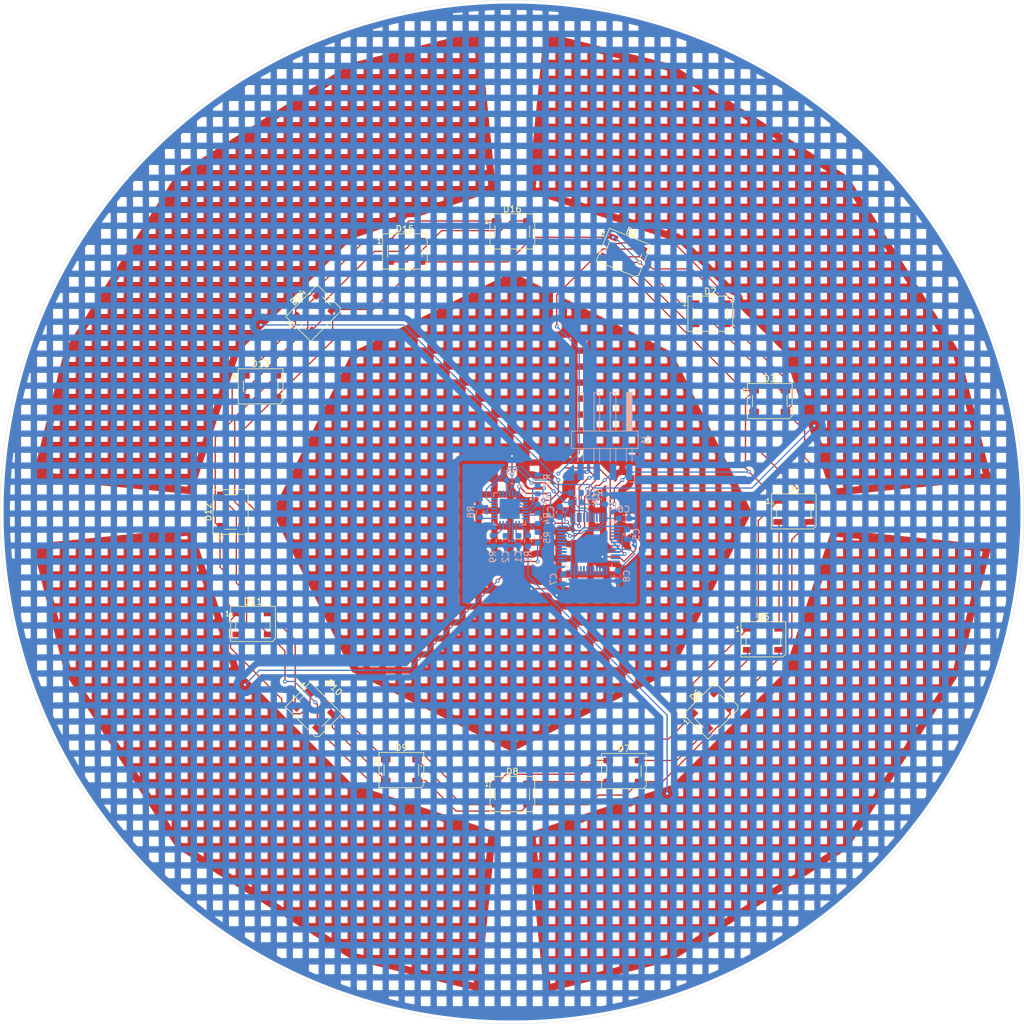
<source format=kicad_pcb>
(kicad_pcb (version 20240108) (generator "pcbnew") (generator_version "8.0")
  (layers (0 "F.Cu" signal) (31 "B.Cu" signal) (34 "B.Paste" user) (35 "F.Paste" user) (36 "B.SilkS" user "B.Silkscreen") (37 "F.SilkS" user "F.Silkscreen") (38 "B.Mask" user) (39 "F.Mask" user) (44 "Edge.Cuts" user))
  (net 0 "")
  (net 10 "GND")
  (net 11 "+3V3")
  (net 12 "Net-(U1-RX3)")
  (net 13 "Net-(U1-RX0)")
  (net 14 "Net-(U1-RX2)")
  (net 15 "Net-(U1-EIO1)")
  (net 16 "SCL")
  (net 17 "SDA")
  (net 18 "MCLR")
  (net 19 "Net-(U1-VCAPA)")
  (net 20 "Net-(U1-RX4)")
  (net 21 "Net-(U1-1S2)")
  (net 22 "Net-(U1-RX1)")
  (net 23 "Net-(U1-VCAPD)")
  (net 24 "EIO0")
  (net 25 "TX")
  (net 36 "SWDIO")
  (net 37 "SWCLK")
  (net 62 "WS2812")
  (net 63 "Net-(D1-DOUT)")
  (net 64 "Net-(D2-DOUT)")
  (net 65 "Net-(D3-DOUT)")
  (net 66 "Net-(D4-DOUT)")
  (net 67 "Net-(D5-DOUT)")
  (net 68 "Net-(D6-DOUT)")
  (net 69 "Net-(D7-DOUT)")
  (net 70 "Net-(D8-DOUT)")
  (net 71 "Net-(D10-DIN)")
  (net 72 "Net-(D10-DOUT)")
  (net 73 "Net-(D11-DOUT)")
  (net 74 "CENTER")
  (net 75 "WEST")
  (net 76 "SOUTH")
  (net 77 "NORTH")
  (net 78 "EAST")
  (net 79 "Net-(D12-DOUT)")
  (net 80 "Net-(D13-DOUT)")
  (net 81 "Net-(D14-DOUT)")
  (net 82 "Net-(D15-DOUT)")
  (footprint "LED_SMD:LED_WS2812B_PLCC4_5.0x5.0mm_P3.2mm" (layer "F.Cu") (at 181.2 131.1 45)
    (property "Reference" "D6")
    (property "Value" "WS2812B")
  )
  (footprint "LED_SMD:LED_WS2812B_PLCC4_5.0x5.0mm_P3.2mm" (layer "F.Cu") (at 181 69)
    (property "Reference" "D2")
    (property "Value" "WS2812B")
  )
  (footprint "LED_SMD:LED_WS2812B_PLCC4_5.0x5.0mm_P3.2mm" (layer "F.Cu") (at 167.5 140.5)
    (property "Reference" "D7")
    (property "Value" "WS2812B")
  )
  (footprint "LED_SMD:LED_WS2812B_PLCC4_5.0x5.0mm_P3.2mm" (layer "F.Cu") (at 132.7 140.35)
    (property "Reference" "D9")
    (property "Value" "WS2812B")
  )
  (footprint "LED_SMD:LED_WS2812B_PLCC4_5.0x5.0mm_P3.2mm" (layer "F.Cu") (at 109.5 117.5)
    (property "Reference" "D11")
    (property "Value" "WS2812B")
  )
  (footprint "LED_SMD:LED_WS2812B_PLCC4_5.0x5.0mm_P3.2mm" (layer "F.Cu") (at 194.05 99.9)
    (property "Reference" "D4")
    (property "Value" "WS2812B")
  )
  (footprint "LED_SMD:LED_WS2812B_PLCC4_5.0x5.0mm_P3.2mm" (layer "F.Cu") (at 119 131 -45)
    (property "Reference" "D10")
    (property "Value" "WS2812B")
  )
  (footprint "LED_SMD:LED_WS2812B_PLCC4_5.0x5.0mm_P3.2mm" (layer "F.Cu") (at 133.25 59.25)
    (property "Reference" "D15")
    (property "Value" "WS2812B")
  )
  (footprint "LED_SMD:LED_WS2812B_PLCC4_5.0x5.0mm_P3.2mm" (layer "F.Cu") (at 150.05 144.1)
    (property "Reference" "D8")
    (property "Value" "WS2812B")
  )
  (footprint "LED_SMD:LED_WS2812B_PLCC4_5.0x5.0mm_P3.2mm" (layer "F.Cu") (at 190.3 82.65)
    (property "Reference" "D3")
    (property "Value" "WS2812B")
  )
  (footprint "LED_SMD:LED_WS2812B_PLCC4_5.0x5.0mm_P3.2mm" (layer "F.Cu") (at 167.45 59.5 -22)
    (property "Reference" "D1")
    (property "Value" "WS2812B")
  )
  (footprint "LED_SMD:LED_WS2812B_PLCC4_5.0x5.0mm_P3.2mm" (layer "F.Cu") (at 150.05 56.15)
    (property "Reference" "D16")
    (property "Value" "WS2812B")
  )
  (footprint "LED_SMD:LED_WS2812B_PLCC4_5.0x5.0mm_P3.2mm" (layer "F.Cu") (at 106 100 90)
    (property "Reference" "D12")
    (property "Value" "WS2812B")
  )
  (footprint "LED_SMD:LED_WS2812B_PLCC4_5.0x5.0mm_P3.2mm" (layer "F.Cu") (at 119.05 68.9 45)
    (property "Reference" "D14")
    (property "Value" "WS2812B")
  )
  (footprint "LED_SMD:LED_WS2812B_PLCC4_5.0x5.0mm_P3.2mm" (layer "F.Cu") (at 110.7 80.35)
    (property "Reference" "D13")
    (property "Value" "WS2812B")
  )
  (footprint "LED_SMD:LED_WS2812B_PLCC4_5.0x5.0mm_P3.2mm" (layer "F.Cu") (at 189.3 119.9)
    (property "Reference" "D5")
    (property "Value" "WS2812B")
  )
  (footprint "Resistor_SMD:R_0603_1608Metric" (layer "B.Cu") (at 150 95 180)
    (property "Reference" "R6")
    (property "Value" "R_Small")
  )
  (footprint "Capacitor_SMD:C_0603_1608Metric" (layer "B.Cu") (at 164.5 98 -90)
    (property "Reference" "C4")
    (property "Value" "100nf")
  )
  (footprint "Resistor_SMD:R_0603_1608Metric" (layer "B.Cu") (at 152.5 104.5 -90)
    (property "Reference" "R1")
    (property "Value" "R_Small")
  )
  (footprint "Capacitor_SMD:C_0603_1608Metric" (layer "B.Cu") (at 151 104.5 90)
    (property "Reference" "C1")
    (property "Value" "C_Small")
  )
  (footprint "Resistor_SMD:R_0603_1608Metric" (layer "B.Cu") (at 154 104 -90)
    (property "Reference" "R5")
    (property "Value" "R_Small")
  )
  (footprint "Resistor_SMD:R_0603_1608Metric" (layer "B.Cu") (at 147 104.5 90)
    (property "Reference" "R9")
    (property "Value" "R_Small")
  )
  (footprint "Connector_Harwin:Harwin_M20-89004xx_1x04_P2.54mm_Horizontal" (layer "B.Cu") (at 164.52 88.225 90)
    (property "Reference" "J1")
    (property "Value" "Conn_01x04")
  )
  (footprint "Capacitor_SMD:C_0603_1608Metric" (layer "B.Cu") (at 158 110.5 90)
    (property "Reference" "C7")
    (property "Value" "2.2uf")
  )
  (footprint "Capacitor_SMD:C_0603_1608Metric" (layer "B.Cu") (at 168 103.5 90)
    (property "Reference" "C5")
    (property "Value" "2.2uf")
  )
  (footprint "Resistor_SMD:R_0603_1608Metric" (layer "B.Cu") (at 160 98.5 180)
    (property "Reference" "R7")
    (property "Value" "R_Small")
  )
  (footprint "MGC3130-I_MQ:QFN50P500X500X100-29N" (layer "B.Cu") (at 149.63 99.5 180)
    (property "Reference" "U1")
    (property "Value" "MGC3130-I_MQ")
  )
  (footprint "Resistor_SMD:R_0603_1608Metric" (layer "B.Cu") (at 154 101 -90)
    (property "Reference" "R4")
    (property "Value" "R_Small")
  )
  (footprint "Resistor_SMD:R_0603_1608Metric" (layer "B.Cu") (at 154 95 -90)
    (property "Reference" "R2")
    (property "Value" "R_Small")
  )
  (footprint "Capacitor_SMD:C_0603_1608Metric" (layer "B.Cu") (at 166.5 110 90)
    (property "Reference" "C8")
    (property "Value" "2.2uf")
  )
  (footprint "Resistor_SMD:R_0603_1608Metric" (layer "B.Cu") (at 145 100 -90)
    (property "Reference" "R8")
    (property "Value" "R_Small")
  )
  (footprint "Resistor_SMD:R_0603_1608Metric" (layer "B.Cu") (at 154 98 90)
    (property "Reference" "R3")
    (property "Value" "R_Small")
  )
  (footprint "Package_QFP:LQFP-48_7x7mm_P0.5mm" (layer "B.Cu") (at 162 105 180)
    (property "Reference" "U2")
    (property "Value" "STM32F103C8Tx")
  )
  (footprint "Capacitor_SMD:C_0603_1608Metric" (layer "B.Cu") (at 157.5 100 -90)
    (property "Reference" "C3")
    (property "Value" "2.2uf")
  )
  (footprint "Capacitor_SMD:C_0603_1608Metric" (layer "B.Cu") (at 167.5 101 180)
    (property "Reference" "C6")
    (property "Value" "2.2uf")
  )
  (footprint "Capacitor_SMD:C_0603_1608Metric" (layer "B.Cu") (at 149 104.5 90)
    (property "Reference" "C2")
    (property "Value" "C_Small")
  )
  (footprint "Resistor_SMD:R_0603_1608Metric" (layer "B.Cu") (at 160 97 180)
    (property "Reference" "R10")
    (property "Value" "R_Small")
  )
  (gr_circle (center 150 100) (end 150 20) (stroke (width 0.05)) (fill none) (layer "Edge.Cuts"))
  (segment (start 113.15 82) (end 121.949138 73.200862) (width 0.2) (layer "F.Cu") (net 10))
  (segment (start 162.25 93.75) (end 161.75 93.75) (width 0.2) (layer "F.Cu") (net 10))
  (segment (start 151.5 146.75) (end 152.5 145.75) (width 0.2) (layer "F.Cu") (net 10))
  (segment (start 153.65 57.65) (end 154.025147 58.025147) (width 0.2) (layer "F.Cu") (net 10))
  (segment (start 191.75 121.55) (end 193.75 119.55) (width 0.2) (layer "F.Cu") (net 10))
  (segment (start 141.25 146.75) (end 151.5 146.75) (width 0.2) (layer "F.Cu") (net 10))
  (segment (start 135.7 60.9) (end 149.4 60.9) (width 0.2) (layer "F.Cu") (net 10))
  (segment (start 193.8 83.25) (end 192.75 84.3) (width 0.2) (layer "F.Cu") (net 10))
  (segment (start 169.103501 61.947639) (end 177.055862 69.9) (width 0.2) (layer "F.Cu") (net 10))
  (segment (start 119.565685 130.065685) (end 119.25 129.75) (width 0.2) (layer "F.Cu") (net 10))
  (segment (start 107.65 97.55) (end 107.65 87.5) (width 0.2) (layer "F.Cu") (net 10))
  (segment (start 152.5 145.75) (end 162 145.75) (width 0.2) (layer "F.Cu") (net 10))
  (segment (start 166.974853 58.025147) (end 167.084852 57.915148) (width 0.2) (layer "F.Cu") (net 10))
  (segment (start 184.099138 131.594977) (end 184.099138 130.534315) (width 0.2) (layer "F.Cu") (net 10))
  (segment (start 119.565685 133.899138) (end 119.565685 133.899139) (width 0.2) (layer "F.Cu") (net 10))
  (segment (start 154.025147 58.025147) (end 166.974853 58.025147) (width 0.2) (layer "F.Cu") (net 10))
  (segment (start 169.25 105) (end 169.25 106) (width 0.2) (layer "F.Cu") (net 10))
  (segment (start 134.4 142.75) (end 135.15 142) (width 0.2) (layer "F.Cu") (net 10))
  (segment (start 193.75 104.3) (end 196.5 101.55) (width 0.2) (layer "F.Cu") (net 10))
  (segment (start 184.274036 66.6) (end 184.5 66.825964) (width 0.2) (layer "F.Cu") (net 10))
  (segment (start 114.5 126.5) (end 114.5 121.7) (width 0.2) (layer "F.Cu") (net 10))
  (segment (start 121.949138 68.334315) (end 128.265685 68.334315) (width 0.2) (layer "F.Cu") (net 10))
  (segment (start 183.45 70.65) (end 184.199999 70.65) (width 0.2) (layer "F.Cu") (net 10))
  (segment (start 107.65 87.5) (end 113.15 82) (width 0.2) (layer "F.Cu") (net 10))
  (segment (start 153 112) (end 156 112) (width 0.2) (layer "F.Cu") (net 10))
  (segment (start 184.5 66.825964) (end 184.5 69.6) (width 0.2) (layer "F.Cu") (net 10))
  (segment (start 173.544115 142.15) (end 184.099138 131.594977) (width 0.2) (layer "F.Cu") (net 10))
  (segment (start 175.315148 57.915148) (end 184 66.6) (width 0.2) (layer "F.Cu") (net 10))
  (segment (start 184.099138 130.534315) (end 191.75 122.883453) (width 0.2) (layer "F.Cu") (net 10))
  (segment (start 161.762721 96.344147) (end 163 95.106868) (width 0.2) (layer "F.Cu") (net 10))
  (segment (start 119.565685 133.899139) (end 119.565685 130.065685) (width 0.2) (layer "F.Cu") (net 10))
  (segment (start 128.265685 68.334315) (end 135.7 60.9) (width 0.2) (layer "F.Cu") (net 10))
  (segment (start 195.75 87.3) (end 192.75 84.3) (width 0.2) (layer "F.Cu") (net 10))
  (segment (start 158.404491 101.75) (end 158.602036 101.552455) (width 0.2) (layer "F.Cu") (net 10))
  (segment (start 169.25 106) (end 167.5 107.75) (width 0.2) (layer "F.Cu") (net 10))
  (segment (start 152.45 57.65) (end 153.65 57.65) (width 0.2) (layer "F.Cu") (net 10))
  (segment (start 193.75 119.55) (end 193.75 104.3) (width 0.2) (layer "F.Cu") (net 10))
  (segment (start 111.95 119.15) (end 110 117.2) (width 0.2) (layer "F.Cu") (net 10))
  (segment (start 149.4 60.9) (end 152.5 57.8) (width 0.2) (layer "F.Cu") (net 10))
  (segment (start 166.75 107) (end 164.14259 107) (width 0.2) (layer "F.Cu") (net 10))
  (segment (start 121.949138 73.200862) (end 121.949138 68.334315) (width 0.2) (layer "F.Cu") (net 10))
  (segment (start 110 99.9) (end 107.65 97.55) (width 0.2) (layer "F.Cu") (net 10))
  (segment (start 193.8 80.250001) (end 193.8 83.25) (width 0.2) (layer "F.Cu") (net 10))
  (segment (start 156 112) (end 157 113) (width 0.2) (layer "F.Cu") (net 10))
  (segment (start 135.15 142) (end 136.5 142) (width 0.2) (layer "F.Cu") (net 10))
  (segment (start 184 66.6) (end 184.274036 66.6) (width 0.2) (layer "F.Cu") (net 10))
  (segment (start 167.5 107.75) (end 166.75 107) (width 0.2) (layer "F.Cu") (net 10))
  (segment (start 167.85 144.25) (end 169.95 142.15) (width 0.2) (layer "F.Cu") (net 10))
  (segment (start 169.95 142.15) (end 173.544115 142.15) (width 0.2) (layer "F.Cu") (net 10))
  (segment (start 156.5 101.75) (end 158.404491 101.75) (width 0.2) (layer "F.Cu") (net 10))
  (segment (start 163 94.5) (end 162.25 93.75) (width 0.2) (layer "F.Cu") (net 10))
  (segment (start 197.55 93.3) (end 195.75 91.5) (width 0.2) (layer "F.Cu") (net 10))
  (segment (start 195.75 91.5) (end 195.75 87.3) (width 0.2) (layer "F.Cu") (net 10))
  (segment (start 114.5 121.7) (end 111.95 119.15) (width 0.2) (layer "F.Cu") (net 10))
  (segment (start 162 145.75) (end 163.5 144.25) (width 0.2) (layer "F.Cu") (net 10))
  (segment (start 191.75 122.883453) (end 191.75 121.55) (width 0.2) (layer "F.Cu") (net 10))
  (segment (start 182.7 69.9) (end 183.45 70.65) (width 0.2) (layer "F.Cu") (net 10))
  (segment (start 177.055862 69.9) (end 182.7 69.9) (width 0.2) (layer "F.Cu") (net 10))
  (segment (start 163.5 144.25) (end 167.85 144.25) (width 0.2) (layer "F.Cu") (net 10))
  (segment (start 184.199999 70.65) (end 193.8 80.250001) (width 0.2) (layer "F.Cu") (net 10))
  (segment (start 110 117.2) (end 110 99.9) (width 0.2) (layer "F.Cu") (net 10))
  (segment (start 136.5 142) (end 141.25 146.75) (width 0.2) (layer "F.Cu") (net 10))
  (segment (start 167.084852 57.915148) (end 175.315148 57.915148) (width 0.2) (layer "F.Cu") (net 10))
  (segment (start 197.55 100.5) (end 197.55 93.3) (width 0.2) (layer "F.Cu") (net 10))
  (segment (start 163 95.106868) (end 163 94.5) (width 0.2) (layer "F.Cu") (net 10))
  (segment (start 128.416547 142.75) (end 134.4 142.75) (width 0.2) (layer "F.Cu") (net 10))
  (segment (start 119.565685 133.899138) (end 128.416547 142.75) (width 0.2) (layer "F.Cu") (net 10))
  (segment (start 184.5 69.6) (end 183.45 70.65) (width 0.2) (layer "F.Cu") (net 10))
  (segment (start 196.5 101.55) (end 197.55 100.5) (width 0.2) (layer "F.Cu") (net 10))
  (via (at 114.5 126.5) (size 0.6) (drill 0.3) (layers "F.Cu" "B.Cu") (net 10))
  (via (at 153 112) (size 0.6) (drill 0.3) (layers "F.Cu" "B.Cu") (net 10))
  (via (at 161.75 93.75) (size 0.6) (drill 0.3) (layers "F.Cu" "B.Cu") (net 10))
  (via (at 169.25 105) (size 0.6) (drill 0.3) (layers "F.Cu" "B.Cu") (net 10))
  (via (at 164.14259 107) (size 0.6) (drill 0.3) (layers "F.Cu" "B.Cu") (net 10))
  (via (at 156.5 101.75) (size 0.6) (drill 0.3) (layers "F.Cu" "B.Cu") (net 10))
  (via (at 119.25 129.75) (size 0.6) (drill 0.3) (layers "F.Cu" "B.Cu") (net 10))
  (via (at 158.602036 101.552455) (size 0.6) (drill 0.3) (layers "F.Cu" "B.Cu") (net 10))
  (via (at 157 113) (size 0.6) (drill 0.3) (layers "F.Cu" "B.Cu") (net 10))
  (via (at 161.762721 96.344147) (size 0.6) (drill 0.3) (layers "F.Cu" "B.Cu") (net 10))
  (segment (start 151.497012 99) (end 151.215 98.717988) (width 0.2) (layer "B.Cu") (net 10))
  (segment (start 159.75 109.1625) (end 159.75 109) (width 0.2) (layer "B.Cu") (net 10))
  (segment (start 166.1625 105.75) (end 165.39259 105.75) (width 0.2) (layer "B.Cu") (net 10))
  (segment (start 157.06759 102.75) (end 156.5 102.18241) (width 0.2) (layer "B.Cu") (net 10))
  (segment (start 151 105.275) (end 151 110) (width 0.2) (layer "B.Cu") (net 10))
  (segment (start 159.980761 102.9) (end 160.74259 102.9) (width 0.2) (layer "B.Cu") (net 10))
  (segment (start 158.275 101.340686) (end 159.209314 102.275) (width 0.2) (layer "B.Cu") (net 10))
  (segment (start 156.5 102.18241) (end 156.5 101.75) (width 0.2) (layer "B.Cu") (net 10))
  (segment (start 159.209314 102.275) (end 159.355761 102.275) (width 0.2) (layer "B.Cu") (net 10))
  (segment (start 150.13 104.405) (end 151 105.275) (width 0.2) (layer "B.Cu") (net 10))
  (segment (start 168.525 104.275) (end 169.25 105) (width 0.2) (layer "B.Cu") (net 10))
  (segment (start 157.5 99.225) (end 158.275 100) (width 0.2) (layer "B.Cu") (net 10))
  (segment (start 151 110) (end 153 112) (width 0.2) (layer "B.Cu") (net 10))
  (segment (start 164.5 97.225) (end 162.643574 97.225) (width 0.2) (layer "B.Cu") (net 10))
  (segment (start 165.39259 105.75) (end 164.14259 107) (width 0.2) (layer "B.Cu") (net 10))
  (segment (start 150.63 98.5) (end 149.63 99.5) (width 0.2) (layer "B.Cu") (net 10))
  (segment (start 159.75 111.75) (end 160 112) (width 0.2) (layer "B.Cu") (net 10))
  (segment (start 119.25 129.75) (end 116 126.5) (width 0.2) (layer "B.Cu") (net 10))
  (segment (start 168 104.275) (end 168.525 104.275) (width 0.2) (layer "B.Cu") (net 10))
  (segment (start 150.13 101.87) (end 150.13 100) (width 0.2) (layer "B.Cu") (net 10))
  (segment (start 164.14259 107) (end 161 107) (width 0.2) (layer "B.Cu") (net 10))
  (segment (start 161 107) (end 159.75 108.25) (width 0.2) (layer "B.Cu") (net 10))
  (segment (start 158.275 100) (end 158.275 101.340686) (width 0.2) (layer "B.Cu") (net 10))
  (segment (start 159.355761 102.275) (end 159.980761 102.9) (width 0.2) (layer "B.Cu") (net 10))
  (segment (start 164.25 101.749999) (end 164.25 100.8375) (width 0.2) (layer "B.Cu") (net 10))
  (segment (start 159.75 108.25) (end 159.75 109.1625) (width 0.2) (layer "B.Cu") (net 10))
  (segment (start 150.63 97.13) (end 150.63 98.5) (width 0.2) (layer "B.Cu") (net 10))
  (segment (start 151.497012 98) (end 152 98) (width 0.2) (layer "B.Cu") (net 10))
  (segment (start 161.15 102.49259) (end 163.507409 102.49259) (width 0.2) (layer "B.Cu") (net 10))
  (segment (start 150.13 100) (end 149.63 99.5) (width 0.2) (layer "B.Cu") (net 10))
  (segment (start 151.215 98.282012) (end 151.497012 98) (width 0.2) (layer "B.Cu") (net 10))
  (segment (start 159.75 109) (end 159.75 111.75) (width 0.2) (layer "B.Cu") (net 10))
  (segment (start 160.74259 102.9) (end 161.15 102.49259) (width 0.2) (layer "B.Cu") (net 10))
  (segment (start 116 126.5) (end 114.5 126.5) (width 0.2) (layer "B.Cu") (net 10))
  (segment (start 162.643574 97.225) (end 161.762721 96.344147) (width 0.2) (layer "B.Cu") (net 10))
  (segment (start 157.8375 102.75) (end 157.06759 102.75) (width 0.2) (layer "B.Cu") (net 10))
  (segment (start 149.45 105.325) (end 149.5 105.275) (width 0.2) (layer "B.Cu") (net 10))
  (segment (start 163.507409 102.49259) (end 164.25 101.749999) (width 0.2) (layer "B.Cu") (net 10))
  (segment (start 150.13 101.87) (end 150.13 104.405) (width 0.2) (layer "B.Cu") (net 10))
  (segment (start 152 99) (end 151.497012 99) (width 0.2) (layer "B.Cu") (net 10))
  (segment (start 151.215 98.717988) (end 151.215 98.282012) (width 0.2) (layer "B.Cu") (net 10))
  (segment (start 155.66538 97.08462) (end 155.79038 97.20962) (width 0.2) (layer "F.Cu") (net 11))
  (segment (start 168.4 135.5) (end 165.05 138.85) (width 0.2) (layer "F.Cu") (net 11))
  (segment (start 114 129.75) (end 114 129.25) (width 0.2) (layer "F.Cu") (net 11))
  (segment (start 178.300862 126.799138) (end 178.300862 131.665685) (width 0.2) (layer "F.Cu") (net 11))
  (segment (start 147.6 54.5) (end 133.9 54.5) (width 0.2) (layer "F.Cu") (net 11))
  (segment (start 106 116.9) (end 107.05 115.85) (width 0.2) (layer "F.Cu") (net 11))
  (segment (start 140.7 142.45) (end 136.2 137.95) (width 0.2) (layer "F.Cu") (net 11))
  (segment (start 186.85 118.25) (end 178.300862 126.799138) (width 0.2) (layer "F.Cu") (net 11))
  (segment (start 116.150862 70.799138) (end 116.150862 69.465685) (width 0.2) (layer "F.Cu") (net 11))
  (segment (start 176.35 67.35) (end 170 61) (width 0.2) (layer "F.Cu") (net 11))
  (segment (start 108.25 78.7) (end 116.150862 70.799138) (width 0.2) (layer "F.Cu") (net 11))
  (segment (start 130.8 57.6) (end 126.955885 57.6) (width 0.2) (layer "F.Cu") (net 11))
  (segment (start 186.5 93.15) (end 186.5 82.35) (width 0.2) (layer "F.Cu") (net 11))
  (segment (start 115.797327 131.547327) (end 114 129.75) (width 0.2) (layer "F.Cu") (net 11))
  (segment (start 188.5 101.35) (end 191.6 98.25) (width 0.2) (layer "F.Cu") (net 11))
  (segment (start 188.5 116.6) (end 188.5 101.35) (width 0.2) (layer "F.Cu") (net 11))
  (segment (start 169.974853 60.974853) (end 170 61) (width 0.2) (layer "F.Cu") (net 11))
  (segment (start 107.05 115.85) (end 105 113.8) (width 0.2) (layer "F.Cu") (net 11))
  (segment (start 186.85 118.25) (end 188.5 116.6) (width 0.2) (layer "F.Cu") (net 11))
  (segment (start 147.6 142.45) (end 149.05 141) (width 0.2) (layer "F.Cu") (net 11))
  (segment (start 167.5 62.25) (end 167.5 61.938999) (width 0.2) (layer "F.Cu") (net 11))
  (segment (start 105 113.8) (end 105 109.25) (width 0.2) (layer "F.Cu") (net 11))
  (segment (start 174.466547 135.5) (end 168.4 135.5) (width 0.2) (layer "F.Cu") (net 11))
  (segment (start 104.35 108.6) (end 104.35 102.45) (width 0.2) (layer "F.Cu") (net 11))
  (segment (start 178.300862 131.665685) (end 174.466547 135.5) (width 0.2) (layer "F.Cu") (net 11))
  (segment (start 168.464146 60.974853) (end 169.974853 60.974853) (width 0.2) (layer "F.Cu") (net 11))
  (segment (start 187.05 93.7) (end 186.5 93.15) (width 0.2) (layer "F.Cu") (net 11))
  (segment (start 116.952673 131.547327) (end 115.797327 131.547327) (width 0.2) (layer "F.Cu") (net 11))
  (segment (start 166 96.25) (end 166 98.75) (width 0.2) (layer "F.Cu") (net 11))
  (segment (start 186.25 81) (end 167.5 62.25) (width 0.2) (layer "F.Cu") (net 11))
  (segment (start 178.55 67.35) (end 176.35 67.35) (width 0.2) (layer "F.Cu") (net 11))
  (segment (start 116.150862 68.405023) (end 116.150862 69.465685) (width 0.2) (layer "F.Cu") (net 11))
  (segment (start 160.75 141) (end 162.9 138.85) (width 0.2) (layer "F.Cu") (net 11))
  (segment (start 133.9 54.5) (end 130.8 57.6) (width 0.2) (layer "F.Cu") (net 11))
  (segment (start 104.35 102.45) (end 103.6 101.7) (width 0.2) (layer "F.Cu") (net 11))
  (segment (start 106.25 85.75) (end 106.25 80.7) (width 0.2) (layer "F.Cu") (net 11))
  (segment (start 186.5 82.35) (end 187.85 81) (width 0.2) (layer "F.Cu") (net 11))
  (segment (start 105 109.25) (end 104.35 108.6) (width 0.2) (layer "F.Cu") (net 11))
  (segment (start 152.21462 97.08462) (end 155.66538 97.08462) (width 0.2) (layer "F.Cu") (net 11))
  (segment (start 126.955885 57.6) (end 116.150862 68.405023) (width 0.2) (layer "F.Cu") (net 11))
  (segment (start 136.2 137.95) (end 131 137.95) (width 0.2) (layer "F.Cu") (net 11))
  (segment (start 149.05 141) (end 160.75 141) (width 0.2) (layer "F.Cu") (net 11))
  (segment (start 106 121.25) (end 106 116.9) (width 0.2) (layer "F.Cu") (net 11))
  (segment (start 162.9 138.85) (end 165.05 138.85) (width 0.2) (layer "F.Cu") (net 11))
  (segment (start 187.85 81) (end 186.25 81) (width 0.2) (layer "F.Cu") (net 11))
  (segment (start 165.796499 57.052361) (end 153.578325 57.052361) (width 0.2) (layer "F.Cu") (net 11))
  (segment (start 103.6 88.4) (end 106.25 85.75) (width 0.2) (layer "F.Cu") (net 11))
  (segment (start 147.6 142.45) (end 140.7 142.45) (width 0.2) (layer "F.Cu") (net 11))
  (segment (start 118.434315 128.100862) (end 119.650862 128.100862) (width 0.2) (layer "F.Cu") (net 11))
  (segment (start 118.434315 130.065685) (end 116.952673 131.547327) (width 0.2) (layer "F.Cu") (net 11))
  (segment (start 167.25 95) (end 166 96.25) (width 0.2) (layer "F.Cu") (net 11))
  (segment (start 131 137.95) (end 130.25 138.7) (width 0.2) (layer "F.Cu") (net 11))
  (segment (start 103.6 101.7) (end 103.6 88.4) (width 0.2) (layer "F.Cu") (net 11))
  (segment (start 167.5 61.938999) (end 168.464146 60.974853) (width 0.2) (layer "F.Cu") (net 11))
  (segment (start 151.13 96) (end 152.21462 97.08462) (width 0.2) (layer "F.Cu") (net 11))
  (segment (start 118.434315 128.100862) (end 118.434315 130.065685) (width 0.2) (layer "F.Cu") (net 11))
  (segment (start 191.6 98.25) (end 187.05 93.7) (width 0.2) (layer "F.Cu") (net 11))
  (segment (start 114 129.25) (end 106 121.25) (width 0.2) (layer "F.Cu") (net 11))
  (segment (start 119.650862 128.100862) (end 130.25 138.7) (width 0.2) (layer "F.Cu") (net 11))
  (segment (start 106.25 80.7) (end 108.25 78.7) (width 0.2) (layer "F.Cu") (net 11))
  (via (at 166 98.75) (size 0.6) (drill 0.3) (layers "F.Cu" "B.Cu") (net 11))
  (via (at 170 61) (size 0.6) (drill 0.3) (layers "F.Cu" "B.Cu") (net 11))
  (via (at 165.796499 57.052361) (size 0.6) (drill 0.3) (layers "F.Cu" "B.Cu") (net 11))
  (via (at 155.79038 97.20962) (size 0.6) (drill 0.3) (layers "F.Cu" "B.Cu") (net 11))
  (via (at 187.05 93.7) (size 0.6) (drill 0.3) (layers "F.Cu" "B.Cu") (net 11))
  (via (at 151.13 96) (size 0.6) (drill 0.3) (layers "F.Cu" "B.Cu") (net 11))
  (via (at 167.25 95) (size 0.6) (drill 0.3) (layers "F.Cu" "B.Cu") (net 11))
  (segment (start 157.8375 102.25) (end 157.8375 101.1125) (width 0.2) (layer "B.Cu") (net 11))
  (segment (start 159.25 109.1625) (end 159.25 104.482064) (width 0.2) (layer "B.Cu") (net 11))
  (segment (start 158.60741 102.25) (end 157.8375 102.25) (width 0.2) (layer "B.Cu") (net 11))
  (segment (start 168 102.725) (end 167.525 102.25) (width 0.2) (layer "B.Cu") (net 11))
  (segment (start 156.05 99.325) (end 156.05 97.46924) (width 0.2) (layer "B.Cu") (net 11))
  (segment (start 166 98.75) (end 164.525 98.75) (width 0.2) (layer "B.Cu") (net 11))
  (segment (start 167.225 103.5) (end 168 102.725) (width 0.2) (layer "B.Cu") (net 11))
  (segment (start 170 61) (end 166.052361 57.052361) (width 0.2) (layer "B.Cu") (net 11))
  (segment (start 159.25 104.482064) (end 159.724999 104.007065) (width 0.2) (layer "B.Cu") (net 11))
  (segment (start 167.525 102.25) (end 166.1625 102.25) (width 0.2) (layer "B.Cu") (net 11))
  (segment (start 166.5 109.225) (end 169.15 106.575) (width 0.2) (layer "B.Cu") (net 11))
  (segment (start 157.5 100.775) (end 156.05 99.325) (width 0.2) (layer "B.Cu") (net 11))
  (segment (start 164.525 98.75) (end 164.5 98.775) (width 0.2) (layer "B.Cu") (net 11))
  (segment (start 151.13 95.305) (end 150.825 95) (width 0.2) (layer "B.Cu") (net 11))
  (segment (start 163.673095 102.89259) (end 161.342335 102.89259) (width 0.2) (layer "B.Cu") (net 11))
  (segment (start 157.8375 101.1125) (end 157.5 100.775) (width 0.2) (layer "B.Cu") (net 11))
  (segment (start 158.5625 109.1625) (end 158 109.725) (width 0.2) (layer "B.Cu") (net 11))
  (segment (start 160.825 98.5) (end 160.825 97) (width 0.2) (layer "B.Cu") (net 11))
  (segment (start 168.33 93.75) (end 168.33 93.92) (width 0.2) (layer "B.Cu") (net 11))
  (segment (start 166.052361 57.052361) (end 165.796499 57.052361) (width 0.2) (layer "B.Cu") (net 11))
  (segment (start 161.342335 102.89259) (end 161.169239 103.065685) (width 0.2) (layer "B.Cu") (net 11))
  (segment (start 156.05 97.46924) (end 155.79038 97.20962) (width 0.2) (layer "B.Cu") (net 11))
  (segment (start 167.33241 105.85) (end 167.091205 106.091205) (width 0.2) (layer "B.Cu") (net 11))
  (segment (start 164.5 98.775) (end 161.1 98.775) (width 0.2) (layer "B.Cu") (net 11))
  (segment (start 166.93241 106.25) (end 167.091205 106.091205) (width 0.2) (layer "B.Cu") (net 11))
  (segment (start 166.1625 102.25) (end 164.315685 102.25) (width 0.2) (layer "B.Cu") (net 11))
  (segment (start 159.25 109.1625) (end 158.5625 109.1625) (width 0.2) (layer "B.Cu") (net 11))
  (segment (start 161.169239 103.065685) (end 160.867335 103.367589) (width 0.2) (layer "B.Cu") (net 11))
  (segment (start 164.75 100.8375) (end 164.9125 101) (width 0.2) (layer "B.Cu") (net 11))
  (segment (start 164.75 100.8375) (end 164.75 99.025) (width 0.2) (layer "B.Cu") (net 11))
  (segment (start 169.15 106.480761) (end 168.519239 105.85) (width 0.2) (layer "B.Cu") (net 11))
  (segment (start 168.33 93.92) (end 167.25 95) (width 0.2) (layer "B.Cu") (net 11))
  (segment (start 168.33 93.75) (end 187 93.75) (width 0.2) (layer "B.Cu") (net 11))
  (segment (start 164.9125 101) (end 166.725 101) (width 0.2) (layer "B.Cu") (net 11))
  (segment (start 159.724999 104.007065) (end 159.724999 103.367589) (width 0.2) (layer "B.Cu") (net 11))
  (segment (start 151.13 97.13) (end 151.13 95.305) (width 0.2) (layer "B.Cu") (net 11))
  (segment (start 159.724999 103.367589) (end 159.25 102.89259) (width 0.2) (layer "B.Cu") (net 11))
  (segment (start 166.1625 106.25) (end 166.93241 106.25) (width 0.2) (layer "B.Cu") (net 11))
  (segment (start 161.1 98.775) (end 160.825 98.5) (width 0.2) (layer "B.Cu") (net 11))
  (segment (start 160.867335 103.367589) (end 159.724999 103.367589) (width 0.2) (layer "B.Cu") (net 11))
  (segment (start 167.225 105.95741) (end 167.225 103.5) (width 0.2) (layer "B.Cu") (net 11))
  (segment (start 164.75 99.025) (end 164.5 98.775) (width 0.2) (layer "B.Cu") (net 11))
  (segment (start 166.725 101.6875) (end 166.1625 102.25) (width 0.2) (layer "B.Cu") (net 11))
  (segment (start 187 93.75) (end 187.05 93.7) (width 0.2) (layer "B.Cu") (net 11))
  (segment (start 159.25 102.89259) (end 158.60741 102.25) (width 0.2) (layer "B.Cu") (net 11))
  (segment (start 168.519239 105.85) (end 167.33241 105.85) (width 0.2) (layer "B.Cu") (net 11))
  (segment (start 167.091205 106.091205) (end 167.225 105.95741) (width 0.2) (layer "B.Cu") (net 11))
  (segment (start 169.15 106.575) (end 169.15 106.480761) (width 0.2) (layer "B.Cu") (net 11))
  (segment (start 164.315685 102.25) (end 163.673095 102.89259) (width 0.2) (layer "B.Cu") (net 11))
  (segment (start 166.725 101) (end 166.725 101.6875) (width 0.2) (layer "B.Cu") (net 11))
  (segment (start 153 102.175) (end 153 102) (width 0.2) (layer "B.Cu") (net 12))
  (segment (start 154 103.175) (end 153 102.175) (width 0.2) (layer "B.Cu") (net 12))
  (segment (start 153 102) (end 152 101) (width 0.2) (layer "B.Cu") (net 12))
  (segment (start 153.225 96.6) (end 154 95.825) (width 0.2) (layer "B.Cu") (net 13))
  (segment (start 152.502988 99.5) (end 153.225 98.777988) (width 0.2) (layer "B.Cu") (net 13))
  (segment (start 153.225 98.777988) (end 153.225 96.6) (width 0.2) (layer "B.Cu") (net 13))
  (segment (start 152 99.5) (end 152.502988 99.5) (width 0.2) (layer "B.Cu") (net 13))
  (segment (start 152 100.5) (end 153.675 100.5) (width 0.2) (layer "B.Cu") (net 14))
  (segment (start 153.675 100.5) (end 154 100.175) (width 0.2) (layer "B.Cu") (net 14))
  (segment (start 147.475 103.675) (end 147 103.675) (width 0.2) (layer "B.Cu") (net 15))
  (segment (start 148.63 101.87) (end 148.63 102.52) (width 0.2) (layer "B.Cu") (net 15))
  (segment (start 148.63 102.52) (end 147.475 103.675) (width 0.2) (layer "B.Cu") (net 15))
  (segment (start 153.051729 95.42491) (end 155.17491 95.42491) (width 0.2) (layer "F.Cu") (net 16))
  (segment (start 155.17491 95.42491) (end 156.5 96.75) (width 0.2) (layer "F.Cu") (net 16))
  (via (at 153.051729 95.42491) (size 0.6) (drill 0.3) (layers "F.Cu" "B.Cu") (net 16))
  (via (at 156.5 96.75) (size 0.6) (drill 0.3) (layers "F.Cu" "B.Cu") (net 16))
  (segment (start 159.175 98.5) (end 159.175 98.975) (width 0.2) (layer "B.Cu") (net 16))
  (segment (start 149.637352 93.35) (end 150.976819 93.35) (width 0.2) (layer "B.Cu") (net 16))
  (segment (start 160 99.8) (end 161.48241 99.8) (width 0.2) (layer "B.Cu") (net 16))
  (segment (start 161.48241 99.8) (end 161.75 100.06759) (width 0.2) (layer "B.Cu") (net 16))
  (segment (start 156.5 96.75) (end 158.25 98.5) (width 0.2) (layer "B.Cu") (net 16))
  (segment (start 146.75 96.237352) (end 149.637352 93.35) (width 0.2) (layer "B.Cu") (net 16))
  (segment (start 158.25 98.5) (end 159.175 98.5) (width 0.2) (layer "B.Cu") (net 16))
  (segment (start 161.75 100.06759) (end 161.75 100.8375) (width 0.2) (layer "B.Cu") (net 16))
  (segment (start 146.75 97.49) (end 146.75 96.237352) (width 0.2) (layer "B.Cu") (net 16))
  (segment (start 159.175 98.975) (end 160 99.8) (width 0.2) (layer "B.Cu") (net 16))
  (segment (start 150.976819 93.35) (end 153.051729 95.42491) (width 0.2) (layer "B.Cu") (net 16))
  (segment (start 147.26 98) (end 146.75 97.49) (width 0.2) (layer "B.Cu") (net 16))
  (segment (start 146 96.421666) (end 146 97.882988) (width 0.2) (layer "B.Cu") (net 17))
  (segment (start 149.471666 92.95) (end 146 96.421666) (width 0.2) (layer "B.Cu") (net 17))
  (segment (start 151.496058 92.95) (end 149.471666 92.95) (width 0.2) (layer "B.Cu") (net 17))
  (segment (start 160 98.862648) (end 160 97.825) (width 0.2) (layer "B.Cu") (net 17))
  (segment (start 161.648096 99.4) (end 160.537352 99.4) (width 0.2) (layer "B.Cu") (net 17))
  (segment (start 146 97.882988) (end 146.617012 98.5) (width 0.2) (layer "B.Cu") (net 17))
  (segment (start 155.669239 95) (end 153.546058 95) (width 0.2) (layer "B.Cu") (net 17))
  (segment (start 157.669239 97) (end 155.669239 95) (width 0.2) (layer "B.Cu") (net 17))
  (segment (start 160 97.825) (end 159.175 97) (width 0.2) (layer "B.Cu") (net 17))
  (segment (start 159.175 97) (end 157.669239 97) (width 0.2) (layer "B.Cu") (net 17))
  (segment (start 162.25 100.001904) (end 161.648096 99.4) (width 0.2) (layer "B.Cu") (net 17))
  (segment (start 160.537352 99.4) (end 160 98.862648) (width 0.2) (layer "B.Cu") (net 17))
  (segment (start 146.617012 98.5) (end 147.26 98.5) (width 0.2) (layer "B.Cu") (net 17))
  (segment (start 153.546058 95) (end 151.496058 92.95) (width 0.2) (layer "B.Cu") (net 17))
  (segment (start 162.25 100.8375) (end 162.25 100.001904) (width 0.2) (layer "B.Cu") (net 17))
  (segment (start 149.13 95.045) (end 149.175 95) (width 0.2) (layer "B.Cu") (net 18))
  (segment (start 149.13 97.13) (end 149.13 95.045) (width 0.2) (layer "B.Cu") (net 18))
  (segment (start 151 103.725) (end 150.63 103.355) (width 0.2) (layer "B.Cu") (net 19))
  (segment (start 150.63 103.355) (end 150.63 101.87) (width 0.2) (layer "B.Cu") (net 19))
  (segment (start 152.5 103.675) (end 152.5 103.24) (width 0.2) (layer "B.Cu") (net 20))
  (segment (start 152.5 103.24) (end 151.13 101.87) (width 0.2) (layer "B.Cu") (net 20))
  (segment (start 145.175 101) (end 147.26 101) (width 0.2) (layer "B.Cu") (net 21))
  (segment (start 145 100.825) (end 145.175 101) (width 0.2) (layer "B.Cu") (net 21))
  (segment (start 152 100) (end 152.825 100) (width 0.2) (layer "B.Cu") (net 22))
  (segment (start 152.825 100) (end 154 98.825) (width 0.2) (layer "B.Cu") (net 22))
  (segment (start 149.63 103.095) (end 149.63 101.87) (width 0.2) (layer "B.Cu") (net 23))
  (segment (start 149 103.725) (end 149.63 103.095) (width 0.2) (layer "B.Cu") (net 23))
  (segment (start 150 94) (end 150 91.25) (width 0.2) (layer "F.Cu") (net 25))
  (via (at 150 94) (size 0.6) (drill 0.3) (layers "F.Cu" "B.Cu") (net 25))
  (via (at 150 91.25) (size 0.6) (drill 0.3) (layers "F.Cu" "B.Cu") (net 25))
  (segment (start 149.63 97.13) (end 149.63 96.627012) (width 0.2) (layer "B.Cu") (net 25))
  (segment (start 150 96.257012) (end 150 94) (width 0.2) (layer "B.Cu") (net 25))
  (segment (start 149.63 96.627012) (end 150 96.257012) (width 0.2) (layer "B.Cu") (net 25))
  (segment (start 163.65 95.85) (end 164.5 95) (width 0.2) (layer "F.Cu") (net 36))
  (segment (start 159.931413 103.737826) (end 161.35 102.319239) (width 0.2) (layer "F.Cu") (net 36))
  (segment (start 161.35 102.319239) (end 161.35 97.644965) (width 0.2) (layer "F.Cu") (net 36))
  (segment (start 159.074999 103.737826) (end 159.931413 103.737826) (width 0.2) (layer "F.Cu") (net 36))
  (segment (start 163.144965 95.85) (end 163.65 95.85) (width 0.2) (layer "F.Cu") (net 36))
  (segment (start 161.35 97.644965) (end 163.144965 95.85) (width 0.2) (layer "F.Cu") (net 36))
  (via (at 164.5 95) (size 0.6) (drill 0.3) (layers "F.Cu" "B.Cu") (net 36))
  (via (at 159.074999 103.737826) (size 0.6) (drill 0.3) (layers "F.Cu" "B.Cu") (net 36))
  (segment (start 164.5 95) (end 164.54 95) (width 0.2) (layer "B.Cu") (net 36))
  (segment (start 164.54 95) (end 165.79 93.75) (width 0.2) (layer "B.Cu") (net 36))
  (segment (start 158.60741 103.25) (end 159.074999 103.717589) (width 0.2) (layer "B.Cu") (net 36))
  (segment (start 157.8375 103.25) (end 158.60741 103.25) (width 0.2) (layer "B.Cu") (net 36))
  (segment (start 159.074999 103.717589) (end 159.074999 103.737826) (width 0.2) (layer "B.Cu") (net 36))
  (segment (start 160.5 96.112497) (end 161.962497 94.65) (width 0.2) (layer "F.Cu") (net 37))
  (segment (start 160.5 102.25) (end 160.5 96.112497) (width 0.2) (layer "F.Cu") (net 37))
  (segment (start 161.962497 94.65) (end 162.080761 94.65) (width 0.2) (layer "F.Cu") (net 37))
  (via (at 160.5 102.25) (size 0.6) (drill 0.3) (layers "F.Cu" "B.Cu") (net 37))
  (via (at 162.080761 94.65) (size 0.6) (drill 0.3) (layers "F.Cu" "B.Cu") (net 37))
  (segment (start 163.25 93.75) (end 162.35 94.65) (width 0.2) (layer "B.Cu") (net 37))
  (segment (start 162.35 94.65) (end 162.080761 94.65) (width 0.2) (layer "B.Cu") (net 37))
  (segment (start 159.375 101.875) (end 159.25 101.75) (width 0.2) (layer "B.Cu") (net 37))
  (segment (start 160.125 101.875) (end 159.375 101.875) (width 0.2) (layer "B.Cu") (net 37))
  (segment (start 160.5 102.25) (end 160.125 101.875) (width 0.2) (layer "B.Cu") (net 37))
  (segment (start 159.25 101.75) (end 159.25 100.8375) (width 0.2) (layer "B.Cu") (net 37))
  (segment (start 163.519239 93.1) (end 165.35 94.930761) (width 0.2) (layer "F.Cu") (net 62))
  (segment (start 164.17229 58.887934) (end 157 66.060224) (width 0.2) (layer "F.Cu") (net 62))
  (segment (start 165.35 94.930761) (end 165.35 104.300453) (width 0.2) (layer "F.Cu") (net 62))
  (segment (start 165.35 104.300453) (end 167.600827 106.55128) (width 0.2) (layer "F.Cu") (net 62))
  (segment (start 157 66.060224) (end 157 71) (width 0.2) (layer "F.Cu") (net 62))
  (segment (start 157.25 94) (end 158.15 93.1) (width 0.2) (layer "F.Cu") (net 62))
  (segment (start 158.15 93.1) (end 163.519239 93.1) (width 0.2) (layer "F.Cu") (net 62))
  (segment (start 170.339701 58.887934) (end 164.17229 58.887934) (width 0.2) (layer "F.Cu") (net 62))
  (via (at 157.25 94) (size 0.6) (drill 0.3) (layers "F.Cu" "B.Cu") (net 62))
  (via (at 167.600827 106.55128) (size 0.6) (drill 0.3) (layers "F.Cu" "B.Cu") (net 62))
  (via (at 157 71) (size 0.6) (drill 0.3) (layers "F.Cu" "B.Cu") (net 62))
  (segment (start 166.1625 106.75) (end 167.402107 106.75) (width 0.2) (layer "B.Cu") (net 62))
  (segment (start 167.402107 106.75) (end 167.600827 106.55128) (width 0.2) (layer "B.Cu") (net 62))
  (segment (start 160.5 90.75) (end 157.25 94) (width 0.2) (layer "B.Cu") (net 62))
  (segment (start 160.5 74.5) (end 160.5 90.75) (width 0.2) (layer "B.Cu") (net 62))
  (segment (start 157 71) (end 160.5 74.5) (width 0.2) (layer "B.Cu") (net 62))
  (segment (start 183.45 67.35) (end 178.1 62) (width 0.2) (layer "F.Cu") (net 63))
  (segment (start 172 62) (end 170.112066 60.112066) (width 0.2) (layer "F.Cu") (net 63))
  (segment (start 170.112066 60.112066) (end 164.560299 60.112066) (width 0.2) (layer "F.Cu") (net 63))
  (segment (start 178.1 62) (end 172 62) (width 0.2) (layer "F.Cu") (net 63))
  (segment (start 192 81) (end 192.75 81) (width 0.2) (layer "F.Cu") (net 64))
  (segment (start 178.55 70.65) (end 181.65 70.65) (width 0.2) (layer "F.Cu") (net 64))
  (segment (start 181.65 70.65) (end 192 81) (width 0.2) (layer "F.Cu") (net 64))
  (segment (start 196.5 98.25) (end 187.85 89.6) (width 0.2) (layer "F.Cu") (net 65))
  (segment (start 187.85 89.6) (end 187.85 84.3) (width 0.2) (layer "F.Cu") (net 65))
  (segment (start 191.75 118.25) (end 191.75 101.7) (width 0.2) (layer "F.Cu") (net 66))
  (segment (start 191.75 101.7) (end 191.6 101.55) (width 0.2) (layer "F.Cu") (net 66))
  (segment (start 181.765685 128.200862) (end 186.85 123.116547) (width 0.2) (layer "F.Cu") (net 67))
  (segment (start 186.85 123.116547) (end 186.85 121.55) (width 0.2) (layer "F.Cu") (net 67))
  (segment (start 175.783453 138.85) (end 180.634315 133.999138) (width 0.2) (layer "F.Cu") (net 68))
  (segment (start 169.95 138.85) (end 175.783453 138.85) (width 0.2) (layer "F.Cu") (net 68))
  (segment (start 152.8 142.15) (end 152.5 142.45) (width 0.2) (layer "F.Cu") (net 69))
  (segment (start 165.05 142.15) (end 152.8 142.15) (width 0.2) (layer "F.Cu") (net 69))
  (segment (start 142.2 145.75) (end 135.15 138.7) (width 0.2) (layer "F.Cu") (net 70))
  (segment (start 147.6 145.75) (end 142.2 145.75) (width 0.2) (layer "F.Cu") (net 70))
  (segment (start 121.899138 133.649138) (end 121.899138 131.565685) (width 0.2) (layer "F.Cu") (net 71))
  (segment (start 130.25 142) (end 121.899138 133.649138) (width 0.2) (layer "F.Cu") (net 71))
  (segment (start 116.100862 120.000862) (end 116.100862 130.434315) (width 0.2) (layer "F.Cu") (net 72))
  (segment (start 111.95 115.85) (end 116.100862 120.000862) (width 0.2) (layer "F.Cu") (net 72))
  (segment (start 107.05 119.15) (end 108.5 117.7) (width 0.2) (layer "F.Cu") (net 73))
  (segment (start 106.9 100.1) (end 104.35 97.55) (width 0.2) (layer "F.Cu") (net 73))
  (segment (start 108.5 117.7) (end 108.5 112.684314) (width 0.2) (layer "F.Cu") (net 73))
  (segment (start 108.5 112.684314) (end 106.9 111.084314) (width 0.2) (layer "F.Cu") (net 73))
  (segment (start 106.9 111.084314) (end 106.9 100.1) (width 0.2) (layer "F.Cu") (net 73))
  (via (at 155 96.25) (size 0.6) (drill 0.3) (layers "F.Cu" "B.Cu") (net 74))
  (segment (start 154.836521 97.175) (end 154.836521 96.413479) (width 0.2) (layer "B.Cu") (net 74))
  (segment (start 154.836521 96.413479) (end 155 96.25) (width 0.2) (layer "B.Cu") (net 74))
  (segment (start 154 97.175) (end 154.836521 97.175) (width 0.2) (layer "B.Cu") (net 74))
  (via (at 174.25 144) (size 0.6) (drill 0.3) (layers "F.Cu" "B.Cu") (net 75))
  (segment (start 152.5 105.325) (end 152.5 110) (width 0.2) (layer "B.Cu") (net 75))
  (segment (start 152.5 110) (end 158.5 116) (width 0.2) (layer "B.Cu") (net 75))
  (segment (start 158.5 116) (end 174.25 131.75) (width 0.2) (layer "B.Cu") (net 75))
  (segment (start 174.25 131.75) (end 174.25 144) (width 0.2) (layer "B.Cu") (net 75))
  (segment (start 150.75 107.75) (end 147.75 110.75) (width 0.2) (layer "F.Cu") (net 76))
  (segment (start 154 107.75) (end 150.75 107.75) (width 0.2) (layer "F.Cu") (net 76))
  (via (at 154 107.75) (size 0.6) (drill 0.3) (layers "F.Cu" "B.Cu") (net 76))
  (via (at 147.75 110.75) (size 0.6) (drill 0.3) (layers "F.Cu" "B.Cu") (net 76))
  (via (at 108.25 127) (size 0.6) (drill 0.3) (layers "F.Cu" "B.Cu") (net 76))
  (segment (start 110.5 124.75) (end 108.25 127) (width 0.2) (layer "B.Cu") (net 76))
  (segment (start 147.75 110.75) (end 133.75 124.75) (width 0.2) (layer "B.Cu") (net 76))
  (segment (start 133.75 124.75) (end 110.5 124.75) (width 0.2) (layer "B.Cu") (net 76))
  (segment (start 154 104.825) (end 154 107.75) (width 0.2) (layer "B.Cu") (net 76))
  (via (at 197.25 86.5) (size 0.6) (drill 0.3) (layers "F.Cu" "B.Cu") (net 77))
  (segment (start 187.5 96.25) (end 197.25 86.5) (width 0.2) (layer "B.Cu") (net 77))
  (segment (start 164.25 96.25) (end 187.5 96.25) (width 0.2) (layer "B.Cu") (net 77))
  (segment (start 162.119238 95.699999) (end 162.469239 96.05) (width 0.2) (layer "B.Cu") (net 77))
  (segment (start 154 94.175) (end 155.409925 94.175) (width 0.2) (layer "B.Cu") (net 77))
  (segment (start 162.469239 96.05) (end 162.669239 96.25) (width 0.2) (layer "B.Cu") (net 77))
  (segment (start 155.409925 94.175) (end 156.934924 95.699999) (width 0.2) (layer "B.Cu") (net 77))
  (segment (start 156.934924 95.699999) (end 162.119238 95.699999) (width 0.2) (layer "B.Cu") (net 77))
  (segment (start 162.669239 96.25) (end 164.25 96.25) (width 0.2) (layer "B.Cu") (net 77))
  (segment (start 156.001478 98.167761) (end 157.25 96.919239) (width 0.2) (layer "F.Cu") (net 78))
  (segment (start 157.25 96.919239) (end 157.25 95) (width 0.2) (layer "F.Cu") (net 78))
  (segment (start 154.910042 98.167761) (end 156.001478 98.167761) (width 0.2) (layer "F.Cu") (net 78))
  (via (at 110.75 70.75) (size 0.6) (drill 0.3) (layers "F.Cu" "B.Cu") (net 78))
  (via (at 154.910042 98.167761) (size 0.6) (drill 0.3) (layers "F.Cu" "B.Cu") (net 78))
  (via (at 157.25 95) (size 0.6) (drill 0.3) (layers "F.Cu" "B.Cu") (net 78))
  (segment (start 110.75 70.75) (end 133 70.75) (width 0.2) (layer "B.Cu") (net 78))
  (segment (start 154 101.825) (end 154.910042 100.914958) (width 0.2) (layer "B.Cu") (net 78))
  (segment (start 133 70.75) (end 157.25 95) (width 0.2) (layer "B.Cu") (net 78))
  (segment (start 154.910042 100.914958) (end 154.910042 98.167761) (width 0.2) (layer "B.Cu") (net 78))
  (segment (start 107.65 99.4) (end 106.65 98.4) (width 0.2) (layer "F.Cu") (net 79))
  (segment (start 107.65 102.45) (end 107.65 99.4) (width 0.2) (layer "F.Cu") (net 79))
  (segment (start 106.65 85.2) (end 113.15 78.7) (width 0.2) (layer "F.Cu") (net 79))
  (segment (start 106.65 98.4) (end 106.65 85.2) (width 0.2) (layer "F.Cu") (net 79))
  (segment (start 108.25 82) (end 108.25 80.972791) (width 0.2) (layer "F.Cu") (net 80))
  (segment (start 118.084315 67.532232) (end 119.615685 66.000862) (width 0.2) (layer "F.Cu") (net 80))
  (segment (start 108.25 80.972791) (end 118.084315 71.138476) (width 0.2) (layer "F.Cu") (net 80))
  (segment (start 118.084315 71.138476) (end 118.084315 67.532232) (width 0.2) (layer "F.Cu") (net 80))
  (segment (start 134.65 57.6) (end 135.7 57.6) (width 0.2) (layer "F.Cu") (net 81))
  (segment (start 135.85 57.65) (end 135.75 57.75) (width 0.2) (layer "F.Cu") (net 81))
  (segment (start 120.25 67.5) (end 128.5 59.25) (width 0.2) (layer "F.Cu") (net 81))
  (segment (start 133 59.25) (end 134.65 57.6) (width 0.2) (layer "F.Cu") (net 81))
  (segment (start 128.5 59.25) (end 133 59.25) (width 0.2) (layer "F.Cu") (net 81))
  (segment (start 118.484315 71.799138) (end 120.25 70.033453) (width 0.2) (layer "F.Cu") (net 81))
  (segment (start 120.25 70.033453) (end 120.25 67.5) (width 0.2) (layer "F.Cu") (net 81))
  (segment (start 135.25 59.25) (end 135.75 59.25) (width 0.2) (layer "F.Cu") (net 82))
  (segment (start 130.8 60.9) (end 133.6 60.9) (width 0.2) (layer "F.Cu") (net 82))
  (segment (start 139 56) (end 148.25 56) (width 0.2) (layer "F.Cu") (net 82))
  (segment (start 149.75 54.5) (end 152.5 54.5) (width 0.2) (layer "F.Cu") (net 82))
  (segment (start 148.25 56) (end 149.75 54.5) (width 0.2) (layer "F.Cu") (net 82))
  (segment (start 133.6 60.9) (end 135.25 59.25) (width 0.2) (layer "F.Cu") (net 82))
  (segment (start 135.75 59.25) (end 139 56) (width 0.2) (layer "F.Cu") (net 82))
  (zone (net 78) (net_name "EAST") (layer "F.Cu") (priority 1) (connect_pads (clearance 0.5)) (min_thickness 0.25) (fill yes (mode hatch) (thermal_gap 0.5) (thermal_bridge_width 0.5) (hatch_thickness 1) (hatch_gap 1.5) (hatch_orientation 0) (hatch_border_algorithm hatch_thickness) (hatch_min_hole_area 0.3))
    (polygon (pts (xy 147.5 49.75) (xy 125 57.25) (xy 107.5 74.75) (xy 100 97.25) (xy 75 94.75) (xy 80 74.75) (xy 97.5 47.25) (xy 125 29.75) (xy 145 24.75)))
  )
  (zone (net 74) (net_name "CENTER") (layer "F.Cu") (connect_pads (clearance 0.5)) (min_thickness 0.25) (fill yes (mode hatch) (thermal_gap 0.5) (thermal_bridge_width 0.5) (hatch_thickness 1) (hatch_gap 1.5) (hatch_orientation 0) (hatch_border_algorithm hatch_thickness) (hatch_min_hole_area 0.3))
    (polygon (pts (xy 175 75) (xy 150 62.5) (xy 125 75) (xy 112.5 100) (xy 125 125) (xy 150 137.5) (xy 175 125) (xy 187.5 100)))
  )
  (zone (net 77) (net_name "NORTH") (layer "F.Cu") (priority 1) (connect_pads (clearance 0.5)) (min_thickness 0.25) (fill yes (mode hatch) (thermal_gap 0.5) (thermal_bridge_width 0.5) (hatch_thickness 1) (hatch_gap 1.5) (hatch_orientation 0) (hatch_border_algorithm hatch_thickness) (hatch_min_hole_area 0.3))
    (polygon (pts (xy 200 97.5) (xy 192.5 75) (xy 175 57.5) (xy 152.5 50) (xy 155 25) (xy 175 30) (xy 202.5 47.5) (xy 220 75) (xy 225 95)))
  )
  (zone (net 75) (net_name "WEST") (layer "F.Cu") (priority 1) (connect_pads (clearance 0.5)) (min_thickness 0.25) (fill yes (mode hatch) (thermal_gap 0.5) (thermal_bridge_width 0.5) (hatch_thickness 1) (hatch_gap 1.5) (hatch_orientation 0) (hatch_border_algorithm hatch_thickness) (hatch_min_hole_area 0.3))
    (polygon (pts (xy 152.5 150.173267) (xy 175 142.673267) (xy 192.5 125.173267) (xy 200 102.673267) (xy 225 105.173267) (xy 220 125.173267) (xy 202.5 152.673267) (xy 175 170.173267) (xy 155 175.173267)))
  )
  (zone (net 76) (net_name "SOUTH") (layer "F.Cu") (priority 1) (connect_pads (clearance 0.5)) (min_thickness 0.25) (fill yes (mode hatch) (thermal_gap 0.5) (thermal_bridge_width 0.5) (hatch_thickness 1) (hatch_gap 1.5) (hatch_orientation 0) (hatch_border_algorithm hatch_thickness) (hatch_min_hole_area 0.3))
    (polygon (pts (xy 100 102.5) (xy 107.5 125) (xy 125 142.5) (xy 147.5 150) (xy 145 175) (xy 125 170) (xy 97.5 152.5) (xy 80 125) (xy 75 105)))
  )
  (zone (net 10) (net_name "GND") (layer "B.Cu") (priority 3) (connect_pads (clearance 0.5)) (min_thickness 0.25) (fill yes (thermal_gap 0.5) (thermal_bridge_width 0.5))
    (polygon (pts (xy 142.25 92.5) (xy 169.5 92.5) (xy 169.5 114.25) (xy 142.25 114.25)))
  )
  (zone (net 25) (net_name "TX") (layer "B.Cu") (priority 2) (connect_pads (clearance 0.5)) (min_thickness 0.25) (fill yes (mode hatch) (thermal_gap 0.5) (thermal_bridge_width 0.5) (hatch_thickness 1) (hatch_gap 1.5) (hatch_orientation 0) (hatch_border_algorithm hatch_thickness) (hatch_min_hole_area 0.3))
    (polygon (pts (xy 70 20) (xy 230 20) (xy 230 180) (xy 70 180)))
  )
)
</source>
